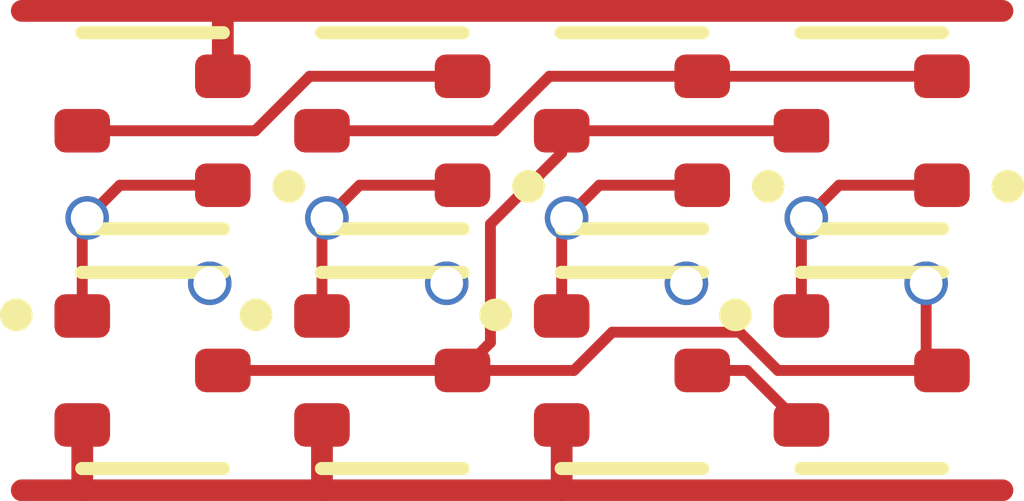
<source format=kicad_pcb>
(kicad_pcb (version 20241229) (generator "pcbnew") (generator_version "9.0")
  (layers (0 "F.Cu" signal) (2 "B.Cu" signal) (13 "F.Paste" user) (15 "B.Paste" user) (5 "F.SilkS" user "F.Silkscreen") (7 "B.SilkS" user "B.Silkscreen") (1 "F.Mask" user) (3 "B.Mask" user) (25 "Edge.Cuts" user))
  (net 0 "")
  (net 1 "A")
  (net 2 "GND")
  (net 3 "B")
  (net 4 "C1")
  (net 5 "Y")
  (net 6 "intC")
  (net 7 "C2")
  (net 8 "intPA")
  (net 9 "intPB")
  (net 10 "VDD")
  (footprint "Package_TO_SOT_SMD:SOT-523" (layer "F.Cu") (at 3.3 3.3)
    (property "Reference" "N2" (hide yes))
    (property "Value" "" (hide yes))
    (fp_line (start 0.65 -0.9) (end -0.65 -0.9) (stroke (width 0.12)) (layer "F.SilkS") (net 673789486))
    (fp_line (start 0.65 0.9) (end -0.65 0.9) (stroke (width 0.12)) (layer "F.SilkS") (net 673789486))
    (fp_circle (center -1.25 -0.51) (end -1.1 -0.51) (fill yes) (layer "F.SilkS") (net 673789486))
    (pad "1" smd roundrect (at -0.645 -0.5 180) (size 0.51 0.4) (layers "F.Cu" "F.Mask" "F.Paste") (net 3 "B"))
    (pad "2" smd roundrect (at -0.645 0.5 180) (size 0.51 0.4) (layers "F.Cu" "F.Mask" "F.Paste") (net 2 "GND"))
    (pad "3" smd roundrect (at 0.645 0 180) (size 0.51 0.4) (layers "F.Cu" "F.Mask" "F.Paste") (net 5 "Y"))
  )
  (footprint "Package_TO_SOT_SMD:SOT-523" (layer "F.Cu") (at 1.1 1.1 180)
    (property "Reference" "P1" (hide yes))
    (property "Value" "" (hide yes))
    (fp_line (start 0.65 0.9) (end -0.65 0.9) (stroke (width 0.12)) (layer "F.SilkS") (net 673789486))
    (fp_line (start 0.65 -0.9) (end -0.65 -0.9) (stroke (width 0.12)) (layer "F.SilkS") (net 673789486))
    (fp_circle (center -1.25 -0.51) (end -1.1 -0.51) (fill yes) (layer "F.SilkS") (net 673789486))
    (pad "1" smd roundrect (at -0.645 -0.5) (size 0.51 0.4) (layers "F.Cu" "F.Mask" "F.Paste") (net 1 "A"))
    (pad "2" smd roundrect (at -0.645 0.5) (size 0.51 0.4) (layers "F.Cu" "F.Mask" "F.Paste") (net 10 "VDD"))
    (pad "3" smd roundrect (at 0.645 0) (size 0.51 0.4) (layers "F.Cu" "F.Mask" "F.Paste") (net 8 "intPA"))
  )
  (footprint "Package_TO_SOT_SMD:SOT-523" (layer "F.Cu") (at 5.5 1.1 180)
    (property "Reference" "P3" (hide yes))
    (property "Value" "" (hide yes))
    (fp_line (start 0.65 0.9) (end -0.65 0.9) (stroke (width 0.12)) (layer "F.SilkS") (net 673789486))
    (fp_line (start 0.65 -0.9) (end -0.65 -0.9) (stroke (width 0.12)) (layer "F.SilkS") (net 673789486))
    (fp_circle (center -1.25 -0.51) (end -1.1 -0.51) (fill yes) (layer "F.SilkS") (net 673789486))
    (pad "1" smd roundrect (at -0.645 -0.5) (size 0.51 0.4) (layers "F.Cu" "F.Mask" "F.Paste") (net 4 "C1"))
    (pad "2" smd roundrect (at -0.645 0.5) (size 0.51 0.4) (layers "F.Cu" "F.Mask" "F.Paste") (net 9 "intPB"))
    (pad "3" smd roundrect (at 0.645 0) (size 0.51 0.4) (layers "F.Cu" "F.Mask" "F.Paste") (net 5 "Y"))
  )
  (footprint "Package_TO_SOT_SMD:SOT-523" (layer "F.Cu") (at 7.7 3.3)
    (property "Reference" "N4" (hide yes))
    (property "Value" "" (hide yes))
    (fp_line (start 0.65 -0.9) (end -0.65 -0.9) (stroke (width 0.12)) (layer "F.SilkS") (net 673789486))
    (fp_line (start 0.65 0.9) (end -0.65 0.9) (stroke (width 0.12)) (layer "F.SilkS") (net 673789486))
    (fp_circle (center -1.25 -0.51) (end -1.1 -0.51) (fill yes) (layer "F.SilkS") (net 673789486))
    (pad "1" smd roundrect (at -0.645 -0.5 180) (size 0.51 0.4) (layers "F.Cu" "F.Mask" "F.Paste") (net 7 "C2"))
    (pad "2" smd roundrect (at -0.645 0.5 180) (size 0.51 0.4) (layers "F.Cu" "F.Mask" "F.Paste") (net 6 "intC"))
    (pad "3" smd roundrect (at 0.645 0 180) (size 0.51 0.4) (layers "F.Cu" "F.Mask" "F.Paste") (net 5 "Y"))
  )
  (footprint "Package_TO_SOT_SMD:SOT-523" (layer "F.Cu") (at 7.7 1.1 180)
    (property "Reference" "P4" (hide yes))
    (property "Value" "" (hide yes))
    (fp_line (start 0.65 0.9) (end -0.65 0.9) (stroke (width 0.12)) (layer "F.SilkS") (net 673789486))
    (fp_line (start 0.65 -0.9) (end -0.65 -0.9) (stroke (width 0.12)) (layer "F.SilkS") (net 673789486))
    (fp_circle (center -1.25 -0.51) (end -1.1 -0.51) (fill yes) (layer "F.SilkS") (net 673789486))
    (pad "1" smd roundrect (at -0.645 -0.5) (size 0.51 0.4) (layers "F.Cu" "F.Mask" "F.Paste") (net 7 "C2"))
    (pad "2" smd roundrect (at -0.645 0.5) (size 0.51 0.4) (layers "F.Cu" "F.Mask" "F.Paste") (net 9 "intPB"))
    (pad "3" smd roundrect (at 0.645 0) (size 0.51 0.4) (layers "F.Cu" "F.Mask" "F.Paste") (net 5 "Y"))
  )
  (footprint "Package_TO_SOT_SMD:SOT-523" (layer "F.Cu") (at 1.1 3.3)
    (property "Reference" "N1" (hide yes))
    (property "Value" "" (hide yes))
    (fp_line (start 0.65 -0.9) (end -0.65 -0.9) (stroke (width 0.12)) (layer "F.SilkS") (net 673789486))
    (fp_line (start 0.65 0.9) (end -0.65 0.9) (stroke (width 0.12)) (layer "F.SilkS") (net 673789486))
    (fp_circle (center -1.25 -0.51) (end -1.1 -0.51) (fill yes) (layer "F.SilkS") (net 673789486))
    (pad "1" smd roundrect (at -0.645 -0.5 180) (size 0.51 0.4) (layers "F.Cu" "F.Mask" "F.Paste") (net 1 "A"))
    (pad "2" smd roundrect (at -0.645 0.5 180) (size 0.51 0.4) (layers "F.Cu" "F.Mask" "F.Paste") (net 2 "GND"))
    (pad "3" smd roundrect (at 0.645 0 180) (size 0.51 0.4) (layers "F.Cu" "F.Mask" "F.Paste") (net 5 "Y"))
  )
  (footprint "Package_TO_SOT_SMD:SOT-523" (layer "F.Cu") (at 3.3 1.1 180)
    (property "Reference" "P2" (hide yes))
    (property "Value" "" (hide yes))
    (fp_line (start 0.65 0.9) (end -0.65 0.9) (stroke (width 0.12)) (layer "F.SilkS") (net 673789486))
    (fp_line (start 0.65 -0.9) (end -0.65 -0.9) (stroke (width 0.12)) (layer "F.SilkS") (net 673789486))
    (fp_circle (center -1.25 -0.51) (end -1.1 -0.51) (fill yes) (layer "F.SilkS") (net 673789486))
    (pad "1" smd roundrect (at -0.645 -0.5) (size 0.51 0.4) (layers "F.Cu" "F.Mask" "F.Paste") (net 3 "B"))
    (pad "2" smd roundrect (at -0.645 0.5) (size 0.51 0.4) (layers "F.Cu" "F.Mask" "F.Paste") (net 8 "intPA"))
    (pad "3" smd roundrect (at 0.645 0) (size 0.51 0.4) (layers "F.Cu" "F.Mask" "F.Paste") (net 9 "intPB"))
  )
  (footprint "Package_TO_SOT_SMD:SOT-523" (layer "F.Cu") (at 5.5 3.3)
    (property "Reference" "N3" (hide yes))
    (property "Value" "" (hide yes))
    (fp_line (start 0.65 -0.9) (end -0.65 -0.9) (stroke (width 0.12)) (layer "F.SilkS") (net 673789486))
    (fp_line (start 0.65 0.9) (end -0.65 0.9) (stroke (width 0.12)) (layer "F.SilkS") (net 673789486))
    (fp_circle (center -1.25 -0.51) (end -1.1 -0.51) (fill yes) (layer "F.SilkS") (net 673789486))
    (pad "1" smd roundrect (at -0.645 -0.5 180) (size 0.51 0.4) (layers "F.Cu" "F.Mask" "F.Paste") (net 4 "C1"))
    (pad "2" smd roundrect (at -0.645 0.5 180) (size 0.51 0.4) (layers "F.Cu" "F.Mask" "F.Paste") (net 2 "GND"))
    (pad "3" smd roundrect (at 0.645 0 180) (size 0.51 0.4) (layers "F.Cu" "F.Mask" "F.Paste") (net 6 "intC"))
  )
  (via (at 6 2.5) (size 0.4) (drill 0.3) (layers "F.Cu" "B.Cu") (net 0))
  (via (at 1.625 2.5) (size 0.4) (drill 0.3) (layers "F.Cu" "B.Cu") (net 0))
  (via (at 3.8 2.5) (size 0.4) (drill 0.3) (layers "F.Cu" "B.Cu") (net 0))
  (segment (start 0.455 1.945) (end 0.5 1.9) (width 0.1) (layer "F.Cu") (net 1))
  (segment (start 0.455 2.8) (end 0.455 1.945) (width 0.1) (layer "F.Cu") (net 1))
  (segment (start 0.8 1.6) (end 0.5 1.9) (width 0.1) (layer "F.Cu") (net 1))
  (segment (start 1.745 1.6) (end 0.8 1.6) (width 0.1) (layer "F.Cu") (net 1))
  (via (at 0.5 1.9) (size 0.4) (drill 0.3) (layers "F.Cu" "B.Cu") (net 1))
  (segment (start 0.455 3.8) (end 0.455 4.375) (width 0.2) (layer "F.Cu") (net 2))
  (segment (start 4.855 3.8) (end 4.855 4.395) (width 0.2) (layer "F.Cu") (net 2))
  (segment (start 2.66 4.4) (end 4.86 4.4) (width 0.2) (layer "F.Cu") (net 2))
  (segment (start 4.855 4.395) (end 4.86 4.4) (width 0.2) (layer "F.Cu") (net 2))
  (segment (start 0.48 4.4) (end 2.66 4.4) (width 0.2) (layer "F.Cu") (net 2))
  (segment (start 4.86 4.4) (end 8.9 4.4) (width 0.2) (layer "F.Cu") (net 2))
  (segment (start 0.455 4.375) (end 0.48 4.4) (width 0.2) (layer "F.Cu") (net 2))
  (segment (start 2.655 3.8) (end 2.655 4.395) (width 0.2) (layer "F.Cu") (net 2))
  (segment (start 2.655 4.395) (end 2.66 4.4) (width 0.2) (layer "F.Cu") (net 2))
  (segment (start -0.1 4.4) (end 0.48 4.4) (width 0.2) (layer "F.Cu") (net 2))
  (segment (start 2.655 1.945) (end 2.7 1.9) (width 0.1) (layer "F.Cu") (net 3))
  (segment (start 3.945 1.6) (end 3 1.6) (width 0.1) (layer "F.Cu") (net 3))
  (segment (start 2.655 2.8) (end 2.655 1.945) (width 0.1) (layer "F.Cu") (net 3))
  (segment (start 3 1.6) (end 2.7 1.9) (width 0.1) (layer "F.Cu") (net 3))
  (via (at 2.7 1.9) (size 0.4) (drill 0.3) (layers "F.Cu" "B.Cu") (net 3))
  (segment (start 4.855 1.945) (end 4.9 1.9) (width 0.1) (layer "F.Cu") (net 4))
  (segment (start 5.2 1.6) (end 4.9 1.9) (width 0.1) (layer "F.Cu") (net 4))
  (segment (start 6.145 1.6) (end 5.2 1.6) (width 0.1) (layer "F.Cu") (net 4))
  (segment (start 4.855 2.8) (end 4.855 1.945) (width 0.1) (layer "F.Cu") (net 4))
  (via (at 4.9 1.9) (size 0.4) (drill 0.3) (layers "F.Cu" "B.Cu") (net 4))
  (segment (start 8.2 2.5) (end 8.2 3.155) (width 0.1) (layer "F.Cu") (net 5))
  (segment (start 4.201 1.956738) (end 4.201 3.044) (width 0.1) (layer "F.Cu") (net 5))
  (segment (start 8.2 3.155) (end 8.345 3.3) (width 0.1) (layer "F.Cu") (net 5))
  (segment (start 8.345 3.3) (end 6.839257 3.3) (width 0.1) (layer "F.Cu") (net 5))
  (segment (start 4.855 1.1) (end 4.855 1.302738) (width 0.1) (layer "F.Cu") (net 5))
  (segment (start 1.745 3.3) (end 3.945 3.3) (width 0.1) (layer "F.Cu") (net 5))
  (segment (start 6.839257 3.3) (end 6.488257 2.949) (width 0.1) (layer "F.Cu") (net 5))
  (segment (start 4.855 1.1) (end 7.055 1.1) (width 0.1) (layer "F.Cu") (net 5))
  (segment (start 4.855 1.302738) (end 4.201 1.956738) (width 0.1) (layer "F.Cu") (net 5))
  (segment (start 4.201 3.044) (end 3.945 3.3) (width 0.1) (layer "F.Cu") (net 5))
  (segment (start 5.318738 2.949) (end 4.967738 3.3) (width 0.1) (layer "F.Cu") (net 5))
  (segment (start 4.967738 3.3) (end 3.945 3.3) (width 0.1) (layer "F.Cu") (net 5))
  (segment (start 6.488257 2.949) (end 5.318738 2.949) (width 0.1) (layer "F.Cu") (net 5))
  (via (at 8.2 2.5) (size 0.4) (drill 0.3) (layers "F.Cu" "B.Cu") (net 5))
  (segment (start 6.145 3.3) (end 6.555 3.3) (width 0.1) (layer "F.Cu") (net 6))
  (segment (start 6.555 3.3) (end 7.055 3.8) (width 0.1) (layer "F.Cu") (net 6))
  (segment (start 7.055 2.8) (end 7.055 1.945) (width 0.1) (layer "F.Cu") (net 7))
  (segment (start 7.4 1.6) (end 7.1 1.9) (width 0.1) (layer "F.Cu") (net 7))
  (segment (start 7.055 1.945) (end 7.1 1.9) (width 0.1) (layer "F.Cu") (net 7))
  (segment (start 8.345 1.6) (end 7.4 1.6) (width 0.1) (layer "F.Cu") (net 7))
  (via (at 7.1 1.9) (size 0.4) (drill 0.3) (layers "F.Cu" "B.Cu") (net 7))
  (segment (start 2.542262 0.6) (end 3.945 0.6) (width 0.1) (layer "F.Cu") (net 8))
  (segment (start 0.455 1.1) (end 2.042262 1.1) (width 0.1) (layer "F.Cu") (net 8))
  (segment (start 2.042262 1.1) (end 2.542262 0.6) (width 0.1) (layer "F.Cu") (net 8))
  (segment (start 4.742262 0.6) (end 6.145 0.6) (width 0.1) (layer "F.Cu") (net 9))
  (segment (start 6.145 0.6) (end 8.345 0.6) (width 0.1) (layer "F.Cu") (net 9))
  (segment (start 4.242262 1.1) (end 4.742262 0.6) (width 0.1) (layer "F.Cu") (net 9))
  (segment (start 2.655 1.1) (end 4.242262 1.1) (width 0.1) (layer "F.Cu") (net 9))
  (segment (start 1.745 0.015) (end 1.76 0) (width 0.2) (layer "F.Cu") (net 10))
  (segment (start 1.745 0.6) (end 1.745 0.015) (width 0.2) (layer "F.Cu") (net 10))
  (segment (start 1.76 0) (end 8.9 0) (width 0.2) (layer "F.Cu") (net 10))
  (segment (start -0.1 0) (end 1.76 0) (width 0.2) (layer "F.Cu") (net 10))
)
</source>
